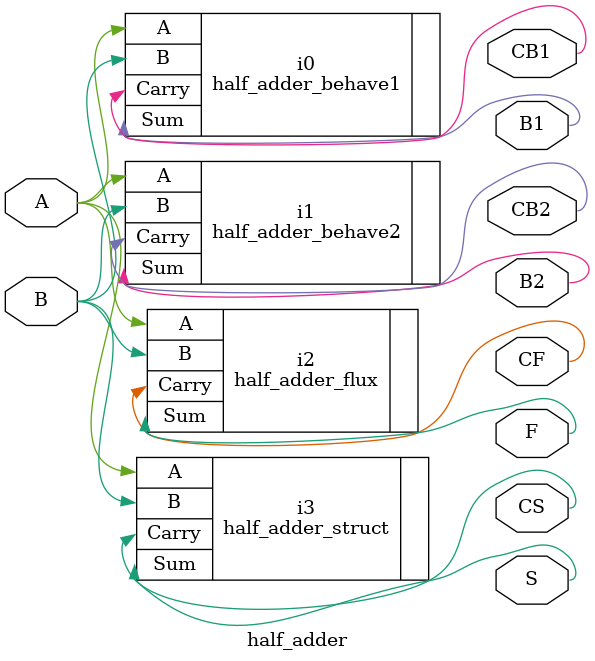
<source format=v>
module half_adder (
    input A, B,
    output B1, B2, F, S, CB1, CB2, CF, CS
);
    half_adder_behave1 i0 (.A(A), .B(B), .Sum(B1), .Carry(CB1));
    half_adder_behave2 i1 (.A(A), .B(B), .Sum(B2), .Carry(CB2));
    half_adder_flux i2 (.A(A), .B(B), .Sum(F), .Carry(CF));
    half_adder_struct i3 (.A(A), .B(B), .Sum(S), .Carry(CS));
endmodule

</source>
